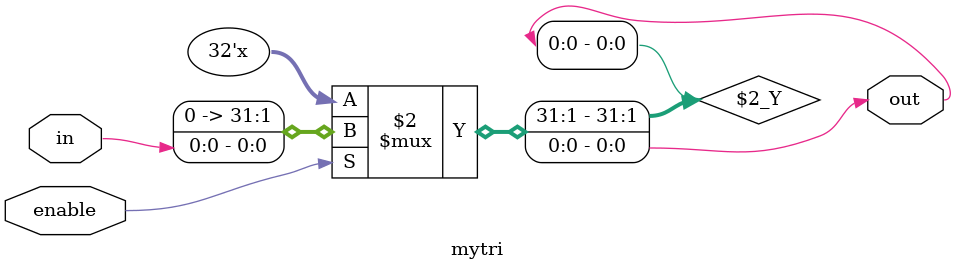
<source format=v>
module  adder ( count,sum,a,b,cin );
input [2:0] a,b; 
input   cin; 
output  count; 
output [2:0] sum; 
assign {count,sum} = a + b + cin; 
endmodule 

// Àý[3.1.2]£º
module compare ( equal,a,b );
output  equal;    //ÉùÃ÷Êä³öÐÅºÅequal 
input [1:0] a,b;  //ÉùÃ÷ÊäÈëÐÅºÅa,b 
  assign  equal = (a==b) ? 1 : 0;  
/*Èç¹ûa¡¢b Á½¸öÊäÈëÐÅºÅÏàµÈ,Êä³öÎª1¡£·ñÔòÎª0*/
endmodule

// Àý[3.1.3]£º
module  trist2(out,in,enable);
output  out;
input   in, enable;
  bufif1  mybuf(out,in,enable);
endmodule

// Àý[3.1.4]£º
module trist1(out,in,enable);
output  out;
input  in, enable;
   mytri  tri_inst(out,in,enable);
    //µ÷ÓÃÓÉmytriÄ£¿é¶¨ÒåµÄÊµÀýÔª¼þtri_inst
endmodule

module  mytri(out,in,enable);
output  out;
input  in, enable;
   assign  out = enable? in : 'bz;
endmodule

</source>
